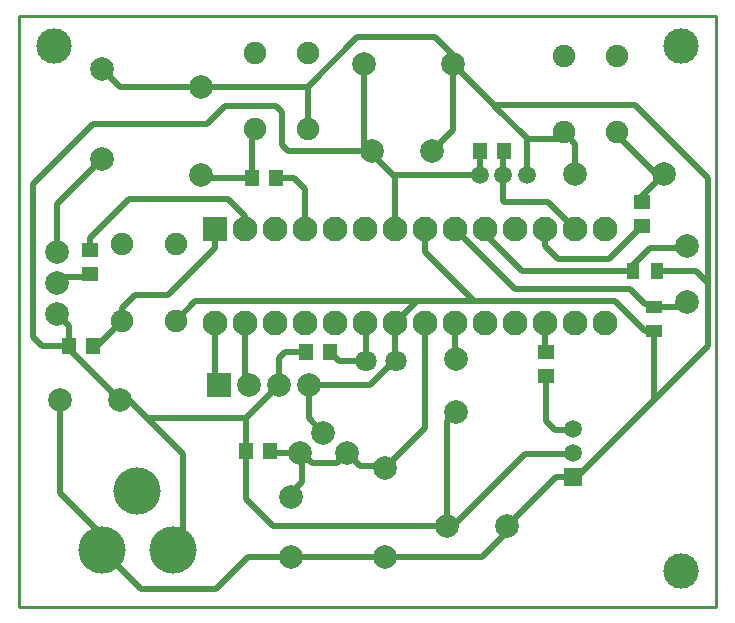
<source format=gtl>
G04*
G04 #@! TF.GenerationSoftware,Altium Limited,Altium Designer,18.0.9 (584)*
G04*
G04 Layer_Physical_Order=1*
G04 Layer_Color=255*
%FSLAX25Y25*%
%MOIN*%
G70*
G01*
G75*
%ADD10R,0.05512X0.04724*%
%ADD11R,0.04724X0.05512*%
%ADD12R,0.05512X0.04331*%
%ADD13R,0.04331X0.05512*%
%ADD14C,0.01968*%
%ADD15C,0.01000*%
%ADD16C,0.07874*%
%ADD17C,0.08268*%
%ADD18R,0.08268X0.08268*%
%ADD19R,0.07874X0.07874*%
%ADD20R,0.05906X0.05906*%
%ADD21C,0.05906*%
%ADD22C,0.15748*%
%ADD23C,0.07087*%
%ADD24C,0.07480*%
%ADD25C,0.11811*%
D10*
X278000Y380000D02*
D03*
Y388000D02*
D03*
X126000Y414000D02*
D03*
Y422000D02*
D03*
X310000Y430000D02*
D03*
Y438000D02*
D03*
D11*
X198000Y388000D02*
D03*
X206000D02*
D03*
X188000Y446000D02*
D03*
X180000D02*
D03*
X264000Y455000D02*
D03*
X256000D02*
D03*
X127000Y390000D02*
D03*
X119000D02*
D03*
X186000Y355000D02*
D03*
X178000D02*
D03*
D12*
X314000Y395000D02*
D03*
Y403000D02*
D03*
D13*
X315000Y415000D02*
D03*
X307000D02*
D03*
D14*
X332000Y411000D02*
Y446000D01*
X307795Y470205D02*
X332000Y446000D01*
X219433Y377000D02*
X227716Y385283D01*
X287170Y345170D02*
X314000Y372000D01*
X332000Y390000D02*
Y411000D01*
X314000Y372000D02*
X332000Y390000D01*
X247000Y484019D02*
Y487000D01*
X241000Y493000D02*
X247000Y487000D01*
X215000Y493000D02*
X241000D01*
X281937Y459000D02*
X284142Y461205D01*
X272000Y459000D02*
X281937D01*
X260805Y470195D02*
X271654Y459346D01*
Y447000D02*
Y459346D01*
X260814Y470205D02*
X307795D01*
X240000Y455000D02*
X247000Y462000D01*
Y484019D01*
X198528Y476528D02*
X215000Y493000D01*
X245000Y365000D02*
X248000Y368000D01*
X245000Y330000D02*
Y365000D01*
X256000Y447000D02*
Y452000D01*
X271000Y354000D02*
X287170D01*
X247000Y330000D02*
X271000Y354000D01*
X245000Y330000D02*
X247000D01*
X110000Y390000D02*
X119000D01*
X107000Y393000D02*
X110000Y390000D01*
X107000Y393000D02*
Y444000D01*
X119000Y390000D02*
Y396764D01*
X115000Y400764D02*
X119000Y396764D01*
X270000Y415000D02*
X307000D01*
X257716Y427283D02*
X270000Y415000D01*
X282000Y419000D02*
X299000D01*
X277716Y423283D02*
X282000Y419000D01*
X277716Y423283D02*
Y428890D01*
X299000Y419000D02*
X310000Y430000D01*
X206000Y388000D02*
X209000Y385000D01*
X218000D01*
X189000Y377000D02*
Y386000D01*
X191000Y388000D01*
X198000D01*
X199000Y365912D02*
X203791Y361122D01*
X199000Y365912D02*
Y377000D01*
X219433D01*
X145000Y366000D02*
X157000Y354000D01*
X138900Y372100D02*
X145000Y366000D01*
X178000D01*
Y355000D02*
Y366000D01*
X189000Y377000D01*
X177717Y378284D02*
X179000Y377000D01*
X177717Y378284D02*
Y397638D01*
X167717Y378284D02*
X169000Y377000D01*
X167717Y378284D02*
Y397638D01*
X281457Y346457D02*
X287170D01*
X265000Y330000D02*
X281457Y346457D01*
X314000Y372000D02*
Y395000D01*
X287170Y345170D02*
Y346457D01*
X256758Y319758D02*
X265000Y328000D01*
X224307Y319758D02*
X256758D01*
X265000Y328000D02*
Y330000D01*
X224307Y351000D02*
X226000D01*
X223307Y350000D02*
X224307Y351000D01*
X196749Y354251D02*
Y355000D01*
X237717Y362717D02*
Y397638D01*
X226000Y351000D02*
X237717Y362717D01*
X216118Y350000D02*
X223307D01*
X213118Y353000D02*
X216118Y350000D01*
X193000Y319758D02*
X224307D01*
X187000Y330000D02*
X245000D01*
X285170Y362000D02*
X287170Y364000D01*
X281000Y362000D02*
X285170D01*
X278000Y365000D02*
X281000Y362000D01*
X278000Y365000D02*
Y380000D01*
X171000Y470000D02*
X188000D01*
X165000Y464000D02*
X171000Y470000D01*
X127000Y464000D02*
X165000D01*
X107000Y444000D02*
X127000Y464000D01*
X192000Y455000D02*
X220000D01*
X190000Y457000D02*
Y468000D01*
Y457000D02*
X192000Y455000D01*
X188000Y470000D02*
X190000Y468000D01*
X128380Y390000D02*
X136811Y398431D01*
X127000Y390000D02*
X128380D01*
X119000Y389100D02*
Y390000D01*
Y389100D02*
X136000Y372100D01*
X136811Y398431D02*
Y402811D01*
X141000Y407000D01*
X152000D01*
X167717Y422717D01*
Y428890D01*
X154528Y398431D02*
X161096Y405000D01*
X130044Y482390D02*
X135907Y476528D01*
X163000D01*
X115000Y437346D02*
X130044Y452390D01*
X247000Y484019D02*
X260814Y470205D01*
X161096Y405000D02*
X235079D01*
X227000Y447000D02*
X227716Y446283D01*
X220000Y454000D02*
X227000Y447000D01*
X255906D01*
X254000Y405000D02*
X301000D01*
X235079D02*
X254000D01*
X237717Y421283D02*
X254000Y405000D01*
X237717Y421283D02*
Y428890D01*
X126000Y426000D02*
X139000Y439000D01*
X172000D01*
X177717Y433284D01*
Y428890D02*
Y433284D01*
X126000Y422000D02*
Y426000D01*
Y421000D02*
Y422000D01*
X115000Y413000D02*
X127000D01*
X115000Y421236D02*
Y437346D01*
X227716Y397638D02*
X235079Y405000D01*
X301000D02*
X311000Y395000D01*
X314000D01*
X321898Y403000D02*
X322835Y403937D01*
X314000Y403000D02*
X321898D01*
X311063Y403937D02*
X313063D01*
X306000Y409000D02*
X311063Y403937D01*
X267606Y409000D02*
X306000D01*
X247716Y428890D02*
X267606Y409000D01*
X328000Y415000D02*
X332000Y411000D01*
X317000Y415000D02*
X328000D01*
X312835Y422835D02*
X322835D01*
X307000Y417000D02*
X312835Y422835D01*
X307000Y415000D02*
Y417000D01*
X300000Y459346D02*
X302654D01*
X314775Y447225D01*
X317345D01*
X309000Y438880D02*
X317345Y447225D01*
X257716Y427283D02*
Y428890D01*
X197716D02*
Y442283D01*
X194000Y446000D02*
X197716Y442283D01*
X188000Y446000D02*
X194000D01*
X180000D02*
Y461063D01*
X164000Y446000D02*
X180000D01*
X163000Y447000D02*
X164000Y446000D01*
X178000Y339000D02*
Y355000D01*
X186000D02*
X186669Y354331D01*
X195917D01*
X196749Y354251D02*
X200000Y351000D01*
X196669Y354331D02*
X196749Y354251D01*
Y344749D02*
Y354251D01*
X208334Y351000D02*
X211665Y354331D01*
X200000Y351000D02*
X208334D01*
X195917Y354331D02*
X196669D01*
X193000Y341000D02*
X196749Y344749D01*
X263572Y442450D02*
Y455000D01*
X263582Y438414D02*
X264000Y437996D01*
X263582Y438414D02*
Y442406D01*
X263572Y442450D02*
X263582Y442406D01*
X278611Y437996D02*
X287717Y428890D01*
X264000Y437996D02*
X278611D01*
X157000Y325348D02*
Y354000D01*
X153622Y321970D02*
X157000Y325348D01*
X322000Y422000D02*
X322835Y422835D01*
X193000Y339758D02*
Y341000D01*
X300000Y459346D02*
X301858Y461205D01*
X163000Y476528D02*
X198528D01*
X198858Y462205D02*
Y476528D01*
X178000Y339000D02*
X187000Y330000D01*
X136000Y372100D02*
X138900D01*
X178758Y319758D02*
X193000D01*
X168000Y309000D02*
X178758Y319758D01*
X142970Y309000D02*
X168000D01*
X130000Y321970D02*
X142970Y309000D01*
X116000Y341000D02*
Y372100D01*
Y341000D02*
X130000Y327000D01*
Y321970D02*
Y327000D01*
X284142Y461205D02*
X287817Y457529D01*
Y447225D02*
Y457529D01*
X217717Y397638D02*
X218000Y397354D01*
Y385000D02*
Y397354D01*
X217472Y457528D02*
X220000Y455000D01*
X217472Y457528D02*
Y484019D01*
X227716Y428890D02*
Y446283D01*
X220000Y454000D02*
Y455000D01*
X167717Y428890D02*
X168000Y428606D01*
X180000Y461063D02*
X181142Y462205D01*
X227716Y385283D02*
Y397638D01*
X247716Y389283D02*
X249000Y388000D01*
X247716Y389283D02*
Y397638D01*
X277716Y388283D02*
X278000Y388000D01*
X277716Y388283D02*
Y397638D01*
D15*
X334646Y448819D02*
Y500000D01*
Y303150D02*
Y381890D01*
X102362Y303150D02*
Y500000D01*
Y303150D02*
X334646D01*
Y370079D02*
Y448819D01*
X102362Y500000D02*
X334646Y500000D01*
D16*
X136000Y372100D02*
D03*
X116000D02*
D03*
X199000Y377000D02*
D03*
X189000D02*
D03*
X179000D02*
D03*
X193000Y319758D02*
D03*
Y339758D02*
D03*
X195917Y354331D02*
D03*
X203791Y361122D02*
D03*
X211665Y354331D02*
D03*
X240000Y455000D02*
D03*
X220000D02*
D03*
X265000Y330000D02*
D03*
X245000D02*
D03*
X247000Y484019D02*
D03*
X217472D02*
D03*
X224307Y349286D02*
D03*
Y319758D02*
D03*
X163000Y447000D02*
D03*
Y476528D02*
D03*
X317345Y447225D02*
D03*
X287817D02*
D03*
X248000Y385827D02*
D03*
Y368000D02*
D03*
X115000Y400764D02*
D03*
Y411000D02*
D03*
Y421236D02*
D03*
X130044Y452390D02*
D03*
Y482390D02*
D03*
X325000Y404551D02*
D03*
Y423449D02*
D03*
D17*
X167717Y397638D02*
D03*
X177717D02*
D03*
X187716D02*
D03*
X197716D02*
D03*
X207716D02*
D03*
X217717D02*
D03*
X227716D02*
D03*
X237717D02*
D03*
X247716D02*
D03*
X257716D02*
D03*
X267717D02*
D03*
X277716D02*
D03*
X287717D02*
D03*
X297716D02*
D03*
Y428890D02*
D03*
X287717D02*
D03*
X277716D02*
D03*
X267717D02*
D03*
X257716D02*
D03*
X247716D02*
D03*
X237717D02*
D03*
X227716D02*
D03*
X217717D02*
D03*
X207716D02*
D03*
X197716D02*
D03*
X187716D02*
D03*
X177717D02*
D03*
D18*
X167717D02*
D03*
D19*
X169000Y377000D02*
D03*
D20*
X287170Y346457D02*
D03*
D21*
Y354331D02*
D03*
Y362205D02*
D03*
X271654Y447000D02*
D03*
X263779D02*
D03*
X255906D02*
D03*
D22*
X153622Y321970D02*
D03*
X130000D02*
D03*
X141811Y341655D02*
D03*
D23*
X228000Y385000D02*
D03*
X218000D02*
D03*
D24*
X284142Y486795D02*
D03*
X301858Y461205D02*
D03*
X284142D02*
D03*
X301858Y486795D02*
D03*
X198858Y462205D02*
D03*
X181142Y487795D02*
D03*
X198858D02*
D03*
X181142Y462205D02*
D03*
X154528Y398431D02*
D03*
X136811Y424022D02*
D03*
X154528D02*
D03*
X136811Y398431D02*
D03*
D25*
X323000Y315000D02*
D03*
Y490000D02*
D03*
X114000D02*
D03*
M02*

</source>
